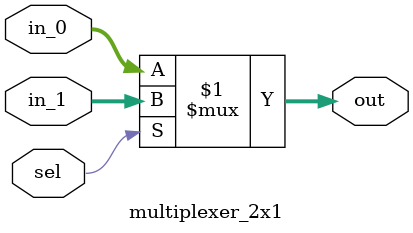
<source format=v>
module multiplexer_2x1 #
(
  parameter DATA_WIDTH  = 32
) 
(
  input  wire [DATA_WIDTH-1:0] in_0 ,
  input  wire [DATA_WIDTH-1:0] in_1 ,
  input  wire                  sel  ,
  
  output wire [DATA_WIDTH-1:0] out
);

assign out = sel ? in_1 : in_0;

endmodule
</source>
